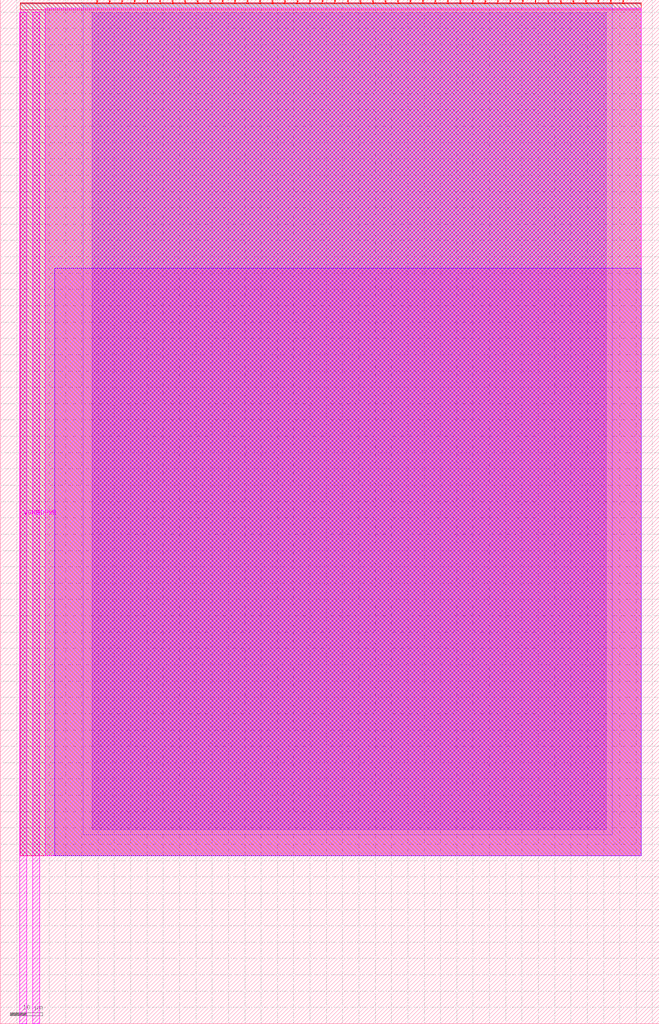
<source format=lef>
VERSION 5.7 ;
  NOWIREEXTENSIONATPIN ON ;
  DIVIDERCHAR "/" ;
  BUSBITCHARS "[]" ;
MACRO tt_um_oscillating_bones
  CLASS BLOCK ;
  FOREIGN tt_um_oscillating_bones ;
  ORIGIN 0.000 0.000 ;
  SIZE 202.080 BY 313.740 ;
  PIN ena
    PORT
      LAYER Metal4 ;
        RECT 190.890 312.740 191.190 313.740 ;
    END
  END ena
  PIN clk
    PORT
      LAYER Metal4 ;
        RECT 187.050 312.740 187.350 313.740 ;
    END
  END clk
  PIN rst_n
    PORT
      LAYER Metal4 ;
        RECT 183.210 312.740 183.510 313.740 ;
    END
  END rst_n
  PIN ui_in[0]
    PORT
      LAYER Metal4 ;
        RECT 179.370 312.740 179.670 313.740 ;
    END
  END ui_in[0]
  PIN ui_in[1]
    PORT
      LAYER Metal4 ;
        RECT 175.530 312.740 175.830 313.740 ;
    END
  END ui_in[1]
  PIN ui_in[2]
    PORT
      LAYER Metal4 ;
        RECT 171.690 312.740 171.990 313.740 ;
    END
  END ui_in[2]
  PIN ui_in[3]
    PORT
      LAYER Metal4 ;
        RECT 167.850 312.740 168.150 313.740 ;
    END
  END ui_in[3]
  PIN ui_in[4]
    PORT
      LAYER Metal4 ;
        RECT 164.010 312.740 164.310 313.740 ;
    END
  END ui_in[4]
  PIN ui_in[5]
    PORT
      LAYER Metal4 ;
        RECT 160.170 312.740 160.470 313.740 ;
    END
  END ui_in[5]
  PIN ui_in[6]
    PORT
      LAYER Metal4 ;
        RECT 156.330 312.740 156.630 313.740 ;
    END
  END ui_in[6]
  PIN ui_in[7]
    PORT
      LAYER Metal4 ;
        RECT 152.490 312.740 152.790 313.740 ;
    END
  END ui_in[7]
  PIN uio_in[0]
    PORT
      LAYER Metal4 ;
        RECT 148.650 312.740 148.950 313.740 ;
    END
  END uio_in[0]
  PIN uio_in[1]
    PORT
      LAYER Metal4 ;
        RECT 144.810 312.740 145.110 313.740 ;
    END
  END uio_in[1]
  PIN uio_in[2]
    PORT
      LAYER Metal4 ;
        RECT 140.970 312.740 141.270 313.740 ;
    END
  END uio_in[2]
  PIN uio_in[3]
    PORT
      LAYER Metal4 ;
        RECT 137.130 312.740 137.430 313.740 ;
    END
  END uio_in[3]
  PIN uio_in[4]
    PORT
      LAYER Metal4 ;
        RECT 133.290 312.740 133.590 313.740 ;
    END
  END uio_in[4]
  PIN uio_in[5]
    PORT
      LAYER Metal4 ;
        RECT 129.450 312.740 129.750 313.740 ;
    END
  END uio_in[5]
  PIN uio_in[6]
    PORT
      LAYER Metal4 ;
        RECT 125.610 312.740 125.910 313.740 ;
    END
  END uio_in[6]
  PIN uio_in[7]
    PORT
      LAYER Metal4 ;
        RECT 121.770 312.740 122.070 313.740 ;
    END
  END uio_in[7]
  PIN uo_out[0]
    ANTENNAGATEAREA 3.481800 ;
    ANTENNADIFFAREA 12.700800 ;
    PORT
      LAYER Metal4 ;
        RECT 117.930 312.740 118.230 313.740 ;
    END
  END uo_out[0]
  PIN uo_out[1]
    ANTENNAGATEAREA 0.241800 ;
    ANTENNADIFFAREA 0.712400 ;
    PORT
      LAYER Metal4 ;
        RECT 114.090 312.740 114.390 313.740 ;
    END
  END uo_out[1]
  PIN uo_out[2]
    ANTENNAGATEAREA 0.241800 ;
    ANTENNADIFFAREA 0.712400 ;
    PORT
      LAYER Metal4 ;
        RECT 110.250 312.740 110.550 313.740 ;
    END
  END uo_out[2]
  PIN uo_out[3]
    ANTENNADIFFAREA 0.712400 ;
    PORT
      LAYER Metal4 ;
        RECT 106.410 312.740 106.710 313.740 ;
    END
  END uo_out[3]
  PIN uo_out[4]
    ANTENNADIFFAREA 117.050171 ;
    PORT
      LAYER Metal4 ;
        RECT 102.570 312.740 102.870 313.740 ;
    END
  END uo_out[4]
  PIN uo_out[5]
    ANTENNADIFFAREA 117.050171 ;
    PORT
      LAYER Metal4 ;
        RECT 98.730 312.740 99.030 313.740 ;
    END
  END uo_out[5]
  PIN uo_out[6]
    ANTENNADIFFAREA 117.050171 ;
    PORT
      LAYER Metal4 ;
        RECT 94.890 312.740 95.190 313.740 ;
    END
  END uo_out[6]
  PIN uo_out[7]
    ANTENNADIFFAREA 117.050171 ;
    PORT
      LAYER Metal4 ;
        RECT 91.050 312.740 91.350 313.740 ;
    END
  END uo_out[7]
  PIN uio_out[0]
    ANTENNADIFFAREA 117.050171 ;
    PORT
      LAYER Metal4 ;
        RECT 87.210 312.740 87.510 313.740 ;
    END
  END uio_out[0]
  PIN uio_out[1]
    ANTENNADIFFAREA 117.050171 ;
    PORT
      LAYER Metal4 ;
        RECT 83.370 312.740 83.670 313.740 ;
    END
  END uio_out[1]
  PIN uio_out[2]
    ANTENNADIFFAREA 117.050171 ;
    PORT
      LAYER Metal4 ;
        RECT 79.530 312.740 79.830 313.740 ;
    END
  END uio_out[2]
  PIN uio_out[3]
    ANTENNADIFFAREA 117.050171 ;
    PORT
      LAYER Metal4 ;
        RECT 75.690 312.740 75.990 313.740 ;
    END
  END uio_out[3]
  PIN uio_out[4]
    ANTENNADIFFAREA 117.050171 ;
    PORT
      LAYER Metal4 ;
        RECT 71.850 312.740 72.150 313.740 ;
    END
  END uio_out[4]
  PIN uio_out[5]
    ANTENNADIFFAREA 117.050171 ;
    PORT
      LAYER Metal4 ;
        RECT 68.010 312.740 68.310 313.740 ;
    END
  END uio_out[5]
  PIN uio_out[6]
    ANTENNADIFFAREA 117.050171 ;
    PORT
      LAYER Metal4 ;
        RECT 64.170 312.740 64.470 313.740 ;
    END
  END uio_out[6]
  PIN uio_out[7]
    ANTENNADIFFAREA 117.050171 ;
    PORT
      LAYER Metal4 ;
        RECT 60.330 312.740 60.630 313.740 ;
    END
  END uio_out[7]
  PIN uio_oe[0]
    ANTENNADIFFAREA 117.050171 ;
    PORT
      LAYER Metal4 ;
        RECT 56.490 312.740 56.790 313.740 ;
    END
  END uio_oe[0]
  PIN uio_oe[1]
    ANTENNADIFFAREA 117.050171 ;
    PORT
      LAYER Metal4 ;
        RECT 52.650 312.740 52.950 313.740 ;
    END
  END uio_oe[1]
  PIN uio_oe[2]
    ANTENNADIFFAREA 117.050171 ;
    PORT
      LAYER Metal4 ;
        RECT 48.810 312.740 49.110 313.740 ;
    END
  END uio_oe[2]
  PIN uio_oe[3]
    ANTENNADIFFAREA 117.050171 ;
    PORT
      LAYER Metal4 ;
        RECT 44.970 312.740 45.270 313.740 ;
    END
  END uio_oe[3]
  PIN uio_oe[4]
    ANTENNADIFFAREA 117.050171 ;
    PORT
      LAYER Metal4 ;
        RECT 41.130 312.740 41.430 313.740 ;
    END
  END uio_oe[4]
  PIN uio_oe[5]
    ANTENNADIFFAREA 117.050171 ;
    PORT
      LAYER Metal4 ;
        RECT 37.290 312.740 37.590 313.740 ;
    END
  END uio_oe[5]
  PIN uio_oe[6]
    ANTENNADIFFAREA 117.050171 ;
    PORT
      LAYER Metal4 ;
        RECT 33.450 312.740 33.750 313.740 ;
    END
  END uio_oe[6]
  PIN uio_oe[7]
    ANTENNADIFFAREA 117.050171 ;
    PORT
      LAYER Metal4 ;
        RECT 29.610 312.740 29.910 313.740 ;
    END
  END uio_oe[7]
  PIN VGND
    USE GROUND ;
    ANTENNADIFFAREA 117.050171 ;
    PORT
      LAYER TopMetal1 ;
        RECT 5.900 0.000 8.100 310.000 ;
    END
  END VGND
  PIN VDPWR
    USE POWER ;
    ANTENNADIFFAREA 122.505745 ;
    PORT
      LAYER TopMetal1 ;
        RECT 9.900 0.000 12.100 310.000 ;
    END
  END VDPWR
  OBS
      LAYER GatPoly ;
        RECT 28.200 59.385 185.850 309.725 ;
      LAYER Metal1 ;
        RECT 28.200 59.385 185.850 309.795 ;
      LAYER Metal2 ;
        RECT 25.480 57.840 187.730 312.715 ;
      LAYER Metal3 ;
        RECT 6.065 51.470 196.625 312.715 ;
      LAYER Metal4 ;
        RECT 6.080 312.530 29.400 312.875 ;
        RECT 30.120 312.530 33.240 312.875 ;
        RECT 33.960 312.530 37.080 312.875 ;
        RECT 37.800 312.530 40.920 312.875 ;
        RECT 41.640 312.530 44.760 312.875 ;
        RECT 45.480 312.530 48.600 312.875 ;
        RECT 49.320 312.530 52.440 312.875 ;
        RECT 53.160 312.530 56.280 312.875 ;
        RECT 57.000 312.530 60.120 312.875 ;
        RECT 60.840 312.530 63.960 312.875 ;
        RECT 64.680 312.530 67.800 312.875 ;
        RECT 68.520 312.530 71.640 312.875 ;
        RECT 72.360 312.530 75.480 312.875 ;
        RECT 76.200 312.530 79.320 312.875 ;
        RECT 80.040 312.530 83.160 312.875 ;
        RECT 83.880 312.530 87.000 312.875 ;
        RECT 87.720 312.530 90.840 312.875 ;
        RECT 91.560 312.530 94.680 312.875 ;
        RECT 95.400 312.530 98.520 312.875 ;
        RECT 99.240 312.530 102.360 312.875 ;
        RECT 103.080 312.530 106.200 312.875 ;
        RECT 106.920 312.530 110.040 312.875 ;
        RECT 110.760 312.530 113.880 312.875 ;
        RECT 114.600 312.530 117.720 312.875 ;
        RECT 118.440 312.530 121.560 312.875 ;
        RECT 122.280 312.530 125.400 312.875 ;
        RECT 126.120 312.530 129.240 312.875 ;
        RECT 129.960 312.530 133.080 312.875 ;
        RECT 133.800 312.530 136.920 312.875 ;
        RECT 137.640 312.530 140.760 312.875 ;
        RECT 141.480 312.530 144.600 312.875 ;
        RECT 145.320 312.530 148.440 312.875 ;
        RECT 149.160 312.530 152.280 312.875 ;
        RECT 153.000 312.530 156.120 312.875 ;
        RECT 156.840 312.530 159.960 312.875 ;
        RECT 160.680 312.530 163.800 312.875 ;
        RECT 164.520 312.530 167.640 312.875 ;
        RECT 168.360 312.530 171.480 312.875 ;
        RECT 172.200 312.530 175.320 312.875 ;
        RECT 176.040 312.530 179.160 312.875 ;
        RECT 179.880 312.530 183.000 312.875 ;
        RECT 183.720 312.530 186.840 312.875 ;
        RECT 187.560 312.530 190.680 312.875 ;
        RECT 191.400 312.530 196.625 312.875 ;
        RECT 6.080 51.470 196.625 312.530 ;
      LAYER Metal5 ;
        RECT 6.080 51.470 196.625 310.725 ;
      LAYER TopMetal1 ;
        RECT 13.740 51.470 196.625 311.195 ;
      LAYER TopMetal2 ;
        RECT 16.625 51.470 196.625 231.470 ;
  END
END tt_um_oscillating_bones
END LIBRARY


</source>
